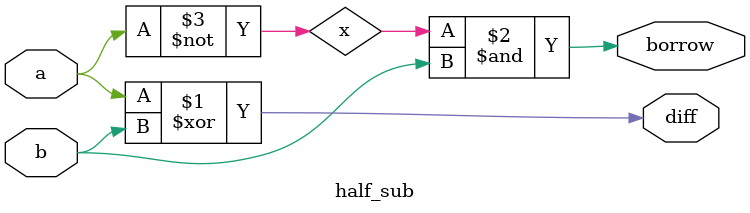
<source format=v>
module half_sub(input a,b,output diff,borrow);
  wire x;
  xor(diff,a,b);
  not(x,a);
  and(borrow,x,b);
endmodule

</source>
